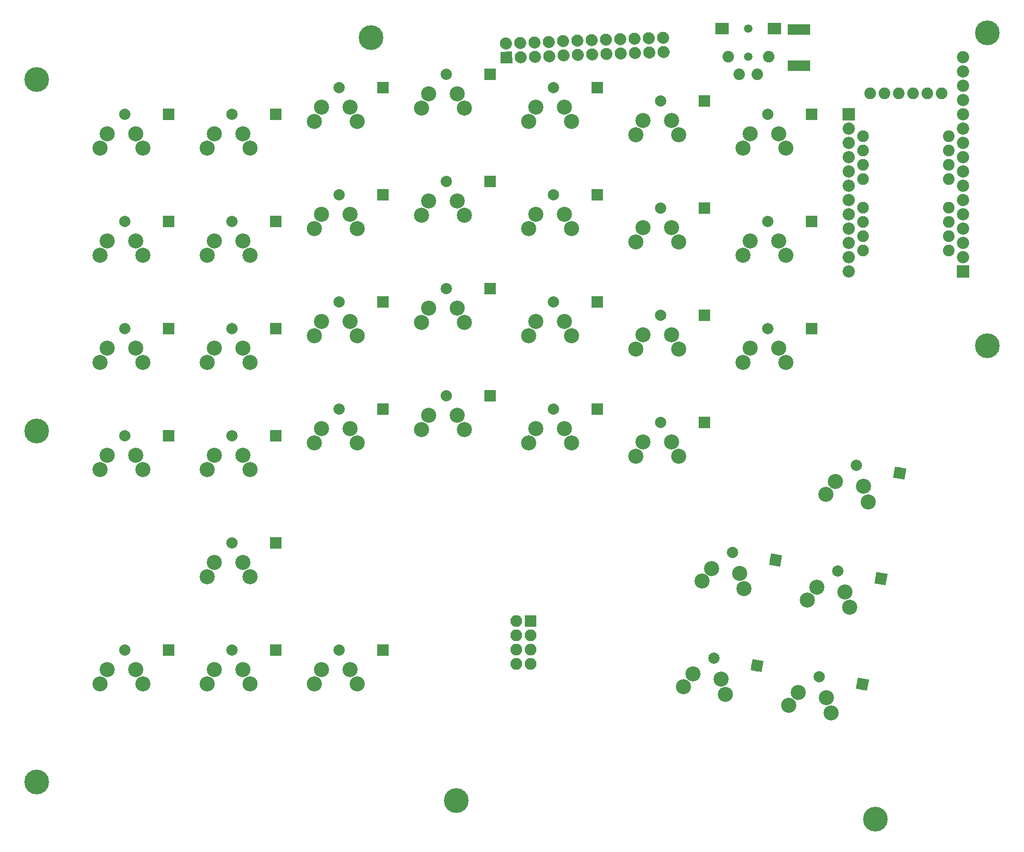
<source format=gts>
G04 #@! TF.GenerationSoftware,KiCad,Pcbnew,5.0.0-fee4fd1~66~ubuntu18.04.1*
G04 #@! TF.CreationDate,2018-09-16T18:32:03-07:00*
G04 #@! TF.ProjectId,halfdeck,68616C666465636B2E6B696361645F70,c1293dc*
G04 #@! TF.SameCoordinates,Original*
G04 #@! TF.FileFunction,Soldermask,Top*
G04 #@! TF.FilePolarity,Negative*
%FSLAX46Y46*%
G04 Gerber Fmt 4.6, Leading zero omitted, Abs format (unit mm)*
G04 Created by KiCad (PCBNEW 5.0.0-fee4fd1~66~ubuntu18.04.1) date Sun Sep 16 18:32:03 2018*
%MOMM*%
%LPD*%
G01*
G04 APERTURE LIST*
%ADD10O,2.100000X2.100000*%
%ADD11R,2.100000X2.100000*%
%ADD12C,1.500000*%
%ADD13C,2.050000*%
%ADD14R,2.350000X2.050000*%
%ADD15C,2.178000*%
%ADD16R,2.178000X2.178000*%
%ADD17C,2.100000*%
%ADD18C,0.100000*%
%ADD19C,2.100000*%
%ADD20R,1.400000X1.900000*%
%ADD21C,2.082800*%
%ADD22C,2.686000*%
%ADD23C,2.000000*%
%ADD24R,2.000000X2.000000*%
%ADD25C,4.400000*%
G04 APERTURE END LIST*
D10*
G04 #@! TO.C,J5*
X112730000Y-140810000D03*
X115270000Y-140810000D03*
X112730000Y-138270000D03*
X115270000Y-138270000D03*
X112730000Y-135730000D03*
X115270000Y-135730000D03*
X112730000Y-133190000D03*
D11*
X115270000Y-133190000D03*
G04 #@! TD*
D12*
G04 #@! TO.C,J1*
X154000000Y-32900000D03*
X154000000Y-27900000D03*
D13*
X152400000Y-36000000D03*
X155600000Y-36000000D03*
X157600000Y-32900000D03*
X150400000Y-32900000D03*
D14*
X158650000Y-27900000D03*
X149350000Y-27900000D03*
G04 #@! TD*
D15*
G04 #@! TO.C,U1*
X192160000Y-32950000D03*
X192160000Y-35490000D03*
X192160000Y-38030000D03*
X192160000Y-40570000D03*
X192160000Y-43110000D03*
X192160000Y-45650000D03*
X192160000Y-48190000D03*
X192160000Y-50730000D03*
X192160000Y-53270000D03*
X192160000Y-55810000D03*
X192160000Y-58350000D03*
X192160000Y-60890000D03*
X192160000Y-63430000D03*
X192160000Y-65970000D03*
X192160000Y-68510000D03*
D16*
X192160000Y-71050000D03*
D15*
X171840000Y-45650000D03*
D16*
X171840000Y-43110000D03*
D15*
X171840000Y-48190000D03*
X171840000Y-50730000D03*
X171840000Y-53270000D03*
X171840000Y-55810000D03*
X171840000Y-58350000D03*
X171840000Y-60890000D03*
X171840000Y-63430000D03*
X171840000Y-65970000D03*
X171840000Y-68510000D03*
X171840000Y-71050000D03*
G04 #@! TD*
D17*
G04 #@! TO.C,J4*
X111000000Y-33000000D03*
D18*
G36*
X112086005Y-34012716D02*
X109987284Y-34086005D01*
X109913995Y-31987284D01*
X112012716Y-31913995D01*
X112086005Y-34012716D01*
X112086005Y-34012716D01*
G37*
D17*
X110911355Y-30461547D03*
D19*
X110911355Y-30461547D02*
X110911355Y-30461547D01*
D17*
X113538453Y-32911355D03*
D19*
X113538453Y-32911355D02*
X113538453Y-32911355D01*
D17*
X113449808Y-30372903D03*
D19*
X113449808Y-30372903D02*
X113449808Y-30372903D01*
D17*
X116076905Y-32822711D03*
D19*
X116076905Y-32822711D02*
X116076905Y-32822711D01*
D17*
X115988261Y-30284258D03*
D19*
X115988261Y-30284258D02*
X115988261Y-30284258D01*
D17*
X118615358Y-32734066D03*
D19*
X118615358Y-32734066D02*
X118615358Y-32734066D01*
D17*
X118526713Y-30195613D03*
D19*
X118526713Y-30195613D02*
X118526713Y-30195613D01*
D17*
X121153811Y-32645421D03*
D19*
X121153811Y-32645421D02*
X121153811Y-32645421D01*
D17*
X121065166Y-30106968D03*
D19*
X121065166Y-30106968D02*
X121065166Y-30106968D01*
D17*
X123692265Y-32556776D03*
D19*
X123692265Y-32556776D02*
X123692265Y-32556776D01*
D17*
X123603619Y-30018324D03*
D19*
X123603619Y-30018324D02*
X123603619Y-30018324D01*
D17*
X126230716Y-32468132D03*
D19*
X126230716Y-32468132D02*
X126230716Y-32468132D01*
D17*
X126142071Y-29929679D03*
D19*
X126142071Y-29929679D02*
X126142071Y-29929679D01*
D17*
X128769169Y-32379487D03*
D19*
X128769169Y-32379487D02*
X128769169Y-32379487D01*
D17*
X128680524Y-29841034D03*
D19*
X128680524Y-29841034D02*
X128680524Y-29841034D01*
D17*
X131307622Y-32290842D03*
D19*
X131307622Y-32290842D02*
X131307622Y-32290842D01*
D17*
X131218977Y-29752390D03*
D19*
X131218977Y-29752390D02*
X131218977Y-29752390D01*
D17*
X133846074Y-32202198D03*
D19*
X133846074Y-32202198D02*
X133846074Y-32202198D01*
D17*
X133757430Y-29663745D03*
D19*
X133757430Y-29663745D02*
X133757430Y-29663745D01*
D17*
X136384527Y-32113553D03*
D19*
X136384527Y-32113553D02*
X136384527Y-32113553D01*
D17*
X136295882Y-29575100D03*
D19*
X136295882Y-29575100D02*
X136295882Y-29575100D01*
D17*
X138922980Y-32024908D03*
D19*
X138922980Y-32024908D02*
X138922980Y-32024908D01*
D17*
X138834335Y-29486455D03*
D19*
X138834335Y-29486455D02*
X138834335Y-29486455D01*
G04 #@! TD*
D20*
G04 #@! TO.C,JP1*
X164300000Y-28000000D03*
X163000000Y-28000000D03*
X161700000Y-28000000D03*
G04 #@! TD*
G04 #@! TO.C,JP2*
X161700000Y-34500000D03*
X163000000Y-34500000D03*
X164300000Y-34500000D03*
G04 #@! TD*
D21*
G04 #@! TO.C,U2*
X174350000Y-67360000D03*
X174350000Y-64820000D03*
X174350000Y-62280000D03*
X174350000Y-59740000D03*
X174350000Y-54660000D03*
X174350000Y-52120000D03*
X174350000Y-49580000D03*
X174350000Y-47040000D03*
X189590000Y-59740000D03*
X189590000Y-47040000D03*
X189590000Y-67360000D03*
X189590000Y-49580000D03*
X189590000Y-54660000D03*
X189590000Y-64820000D03*
X189590000Y-52120000D03*
X189590000Y-62280000D03*
X180700181Y-39420295D03*
X183240181Y-39420295D03*
X188320181Y-39420295D03*
X185780181Y-39420295D03*
X178160000Y-39420295D03*
X175620000Y-39420295D03*
G04 #@! TD*
D22*
G04 #@! TO.C,SW00*
X45065000Y-46588800D03*
X38715000Y-49128800D03*
X46335000Y-49128800D03*
X39985000Y-46588800D03*
G04 #@! TD*
D23*
G04 #@! TO.C,D00*
X43150000Y-43143800D03*
D24*
X50950000Y-43143800D03*
G04 #@! TD*
D22*
G04 #@! TO.C,SW01*
X83165000Y-79926200D03*
X76815000Y-82466200D03*
X84435000Y-82466200D03*
X78085000Y-79926200D03*
G04 #@! TD*
D23*
G04 #@! TO.C,D01*
X81250000Y-76481200D03*
D24*
X89050000Y-76481200D03*
G04 #@! TD*
D22*
G04 #@! TO.C,SW02*
X102215000Y-39445000D03*
X95865000Y-41985000D03*
X103485000Y-41985000D03*
X97135000Y-39445000D03*
G04 #@! TD*
D23*
G04 #@! TO.C,D02*
X100300000Y-36000000D03*
D24*
X108100000Y-36000000D03*
G04 #@! TD*
D22*
G04 #@! TO.C,SW03*
X45065000Y-103739000D03*
X38715000Y-106279000D03*
X46335000Y-106279000D03*
X39985000Y-103739000D03*
G04 #@! TD*
D23*
G04 #@! TO.C,D03*
X43150000Y-100294000D03*
D24*
X50950000Y-100294000D03*
G04 #@! TD*
D22*
G04 #@! TO.C,SW04*
X140315000Y-44207500D03*
X133965000Y-46747500D03*
X141585000Y-46747500D03*
X135235000Y-44207500D03*
G04 #@! TD*
D23*
G04 #@! TO.C,D04*
X138400000Y-40762500D03*
D24*
X146200000Y-40762500D03*
G04 #@! TD*
D22*
G04 #@! TO.C,SW05*
X140315000Y-101358000D03*
X133965000Y-103898000D03*
X141585000Y-103898000D03*
X135235000Y-101358000D03*
G04 #@! TD*
D23*
G04 #@! TO.C,D05*
X138400000Y-97912500D03*
D24*
X146200000Y-97912500D03*
G04 #@! TD*
D22*
G04 #@! TO.C,SW10*
X64115000Y-46588800D03*
X57765000Y-49128800D03*
X65385000Y-49128800D03*
X59035000Y-46588800D03*
G04 #@! TD*
D23*
G04 #@! TO.C,D10*
X62200000Y-43143800D03*
D24*
X70000000Y-43143800D03*
G04 #@! TD*
D22*
G04 #@! TO.C,SW11*
X83165000Y-60876200D03*
X76815000Y-63416200D03*
X84435000Y-63416200D03*
X78085000Y-60876200D03*
G04 #@! TD*
D23*
G04 #@! TO.C,D11*
X81250000Y-57431200D03*
D24*
X89050000Y-57431200D03*
G04 #@! TD*
D22*
G04 #@! TO.C,SW12*
X102215000Y-58495000D03*
X95865000Y-61035000D03*
X103485000Y-61035000D03*
X97135000Y-58495000D03*
G04 #@! TD*
D23*
G04 #@! TO.C,D12*
X100300000Y-55050000D03*
D24*
X108100000Y-55050000D03*
G04 #@! TD*
D22*
G04 #@! TO.C,SW13*
X64115000Y-103739000D03*
X57765000Y-106279000D03*
X65385000Y-106279000D03*
X59035000Y-103739000D03*
G04 #@! TD*
D23*
G04 #@! TO.C,D13*
X62200000Y-100294000D03*
D24*
X70000000Y-100294000D03*
G04 #@! TD*
D22*
G04 #@! TO.C,SW14*
X140315000Y-63257500D03*
X133965000Y-65797500D03*
X141585000Y-65797500D03*
X135235000Y-63257500D03*
G04 #@! TD*
D23*
G04 #@! TO.C,D14*
X138400000Y-59812500D03*
D24*
X146200000Y-59812500D03*
G04 #@! TD*
D22*
G04 #@! TO.C,SW15*
X152435544Y-124716243D03*
X145740949Y-126114989D03*
X153245184Y-127438188D03*
X147432721Y-123834110D03*
G04 #@! TD*
D23*
G04 #@! TO.C,D15*
X151148250Y-120991772D03*
X158829750Y-122346228D03*
D18*
G36*
X159988206Y-121535068D02*
X159640910Y-123504684D01*
X157671294Y-123157388D01*
X158018590Y-121187772D01*
X159988206Y-121535068D01*
X159988206Y-121535068D01*
G37*
G04 #@! TD*
D22*
G04 #@! TO.C,SW20*
X64115000Y-65638800D03*
X57765000Y-68178800D03*
X65385000Y-68178800D03*
X59035000Y-65638800D03*
G04 #@! TD*
D23*
G04 #@! TO.C,D20*
X62200000Y-62193800D03*
D24*
X70000000Y-62193800D03*
G04 #@! TD*
D22*
G04 #@! TO.C,SW21*
X102215000Y-77545000D03*
X95865000Y-80085000D03*
X103485000Y-80085000D03*
X97135000Y-77545000D03*
G04 #@! TD*
D23*
G04 #@! TO.C,D21*
X100300000Y-74100000D03*
D24*
X108100000Y-74100000D03*
G04 #@! TD*
D22*
G04 #@! TO.C,SW22*
X121265000Y-60876200D03*
X114915000Y-63416200D03*
X122535000Y-63416200D03*
X116185000Y-60876200D03*
G04 #@! TD*
D23*
G04 #@! TO.C,D22*
X119350000Y-57431200D03*
D24*
X127150000Y-57431200D03*
G04 #@! TD*
D22*
G04 #@! TO.C,SW23*
X64115000Y-122789000D03*
X57765000Y-125329000D03*
X65385000Y-125329000D03*
X59035000Y-122789000D03*
G04 #@! TD*
D23*
G04 #@! TO.C,D23*
X62200000Y-119344000D03*
D24*
X70000000Y-119344000D03*
G04 #@! TD*
D22*
G04 #@! TO.C,SW24*
X140315000Y-82307500D03*
X133965000Y-84847500D03*
X141585000Y-84847500D03*
X135235000Y-82307500D03*
G04 #@! TD*
D23*
G04 #@! TO.C,D24*
X138400000Y-78862500D03*
D24*
X146200000Y-78862500D03*
G04 #@! TD*
D22*
G04 #@! TO.C,SW25*
X171196544Y-128024243D03*
X164501949Y-129422989D03*
X172006184Y-130746188D03*
X166193721Y-127142110D03*
G04 #@! TD*
D23*
G04 #@! TO.C,D25*
X169908250Y-124299772D03*
X177589750Y-125654228D03*
D18*
G36*
X178748206Y-124843068D02*
X178400910Y-126812684D01*
X176431294Y-126465388D01*
X176778590Y-124495772D01*
X178748206Y-124843068D01*
X178748206Y-124843068D01*
G37*
G04 #@! TD*
D22*
G04 #@! TO.C,SW30*
X45065000Y-65638800D03*
X38715000Y-68178800D03*
X46335000Y-68178800D03*
X39985000Y-65638800D03*
G04 #@! TD*
D23*
G04 #@! TO.C,D30*
X43150000Y-62193800D03*
D24*
X50950000Y-62193800D03*
G04 #@! TD*
D22*
G04 #@! TO.C,SW31*
X102215000Y-96595000D03*
X95865000Y-99135000D03*
X103485000Y-99135000D03*
X97135000Y-96595000D03*
G04 #@! TD*
D23*
G04 #@! TO.C,D31*
X100300000Y-93150000D03*
D24*
X108100000Y-93150000D03*
G04 #@! TD*
D22*
G04 #@! TO.C,SW32*
X121265000Y-79926200D03*
X114915000Y-82466200D03*
X122535000Y-82466200D03*
X116185000Y-79926200D03*
G04 #@! TD*
D23*
G04 #@! TO.C,D32*
X119350000Y-76481200D03*
D24*
X127150000Y-76481200D03*
G04 #@! TD*
D22*
G04 #@! TO.C,SW33*
X64115000Y-141839000D03*
X57765000Y-144379000D03*
X65385000Y-144379000D03*
X59035000Y-141839000D03*
G04 #@! TD*
D23*
G04 #@! TO.C,D33*
X62200000Y-138394000D03*
D24*
X70000000Y-138394000D03*
G04 #@! TD*
D22*
G04 #@! TO.C,SW34*
X159365000Y-84688800D03*
X153015000Y-87228800D03*
X160635000Y-87228800D03*
X154285000Y-84688800D03*
G04 #@! TD*
D23*
G04 #@! TO.C,D34*
X157450000Y-81243800D03*
D24*
X165250000Y-81243800D03*
G04 #@! TD*
D22*
G04 #@! TO.C,SW35*
X167888544Y-146785243D03*
X161193949Y-148183989D03*
X168698184Y-149507188D03*
X162885721Y-145903110D03*
G04 #@! TD*
D23*
G04 #@! TO.C,D35*
X166600250Y-143059772D03*
X174281750Y-144414228D03*
D18*
G36*
X175440206Y-143603068D02*
X175092910Y-145572684D01*
X173123294Y-145225388D01*
X173470590Y-143255772D01*
X175440206Y-143603068D01*
X175440206Y-143603068D01*
G37*
G04 #@! TD*
D22*
G04 #@! TO.C,SW40*
X45065000Y-84688800D03*
X38715000Y-87228800D03*
X46335000Y-87228800D03*
X39985000Y-84688800D03*
G04 #@! TD*
D23*
G04 #@! TO.C,D40*
X43150000Y-81243800D03*
D24*
X50950000Y-81243800D03*
G04 #@! TD*
D22*
G04 #@! TO.C,SW41*
X83165000Y-98976000D03*
X76815000Y-101516000D03*
X84435000Y-101516000D03*
X78085000Y-98976000D03*
G04 #@! TD*
D23*
G04 #@! TO.C,D41*
X81250000Y-95531200D03*
D24*
X89050000Y-95531200D03*
G04 #@! TD*
D22*
G04 #@! TO.C,SW42*
X121265000Y-98976000D03*
X114915000Y-101516000D03*
X122535000Y-101516000D03*
X116185000Y-98976000D03*
G04 #@! TD*
D23*
G04 #@! TO.C,D42*
X119350000Y-95531200D03*
D24*
X127150000Y-95531200D03*
G04 #@! TD*
D22*
G04 #@! TO.C,SW43*
X83165000Y-141839000D03*
X76815000Y-144379000D03*
X84435000Y-144379000D03*
X78085000Y-141839000D03*
G04 #@! TD*
D23*
G04 #@! TO.C,D43*
X81250000Y-138394000D03*
D24*
X89050000Y-138394000D03*
G04 #@! TD*
D22*
G04 #@! TO.C,SW44*
X159365000Y-65638800D03*
X153015000Y-68178800D03*
X160635000Y-68178800D03*
X154285000Y-65638800D03*
G04 #@! TD*
D23*
G04 #@! TO.C,D44*
X157450000Y-62193800D03*
D24*
X165250000Y-62193800D03*
G04 #@! TD*
D22*
G04 #@! TO.C,SW45*
X149127544Y-143477243D03*
X142432949Y-144875989D03*
X149937184Y-146199188D03*
X144124721Y-142595110D03*
G04 #@! TD*
D23*
G04 #@! TO.C,D45*
X147840250Y-139751772D03*
X155521750Y-141106228D03*
D18*
G36*
X156680206Y-140295068D02*
X156332910Y-142264684D01*
X154363294Y-141917388D01*
X154710590Y-139947772D01*
X156680206Y-140295068D01*
X156680206Y-140295068D01*
G37*
G04 #@! TD*
D22*
G04 #@! TO.C,SW50*
X83165000Y-41826200D03*
X76815000Y-44366200D03*
X84435000Y-44366200D03*
X78085000Y-41826200D03*
G04 #@! TD*
D23*
G04 #@! TO.C,D50*
X81250000Y-38381200D03*
D24*
X89050000Y-38381200D03*
G04 #@! TD*
D22*
G04 #@! TO.C,SW51*
X64115000Y-84688800D03*
X57765000Y-87228800D03*
X65385000Y-87228800D03*
X59035000Y-84688800D03*
G04 #@! TD*
D23*
G04 #@! TO.C,D51*
X62200000Y-81243800D03*
D24*
X70000000Y-81243800D03*
G04 #@! TD*
D22*
G04 #@! TO.C,SW52*
X121265000Y-41826200D03*
X114915000Y-44366200D03*
X122535000Y-44366200D03*
X116185000Y-41826200D03*
G04 #@! TD*
D23*
G04 #@! TO.C,D52*
X119350000Y-38381200D03*
D24*
X127150000Y-38381200D03*
G04 #@! TD*
D22*
G04 #@! TO.C,SW53*
X45065000Y-141839000D03*
X38715000Y-144379000D03*
X46335000Y-144379000D03*
X39985000Y-141839000D03*
G04 #@! TD*
D23*
G04 #@! TO.C,D53*
X43150000Y-138394000D03*
D24*
X50950000Y-138394000D03*
G04 #@! TD*
D22*
G04 #@! TO.C,SW54*
X159365000Y-46588800D03*
X153015000Y-49128800D03*
X160635000Y-49128800D03*
X154285000Y-46588800D03*
G04 #@! TD*
D23*
G04 #@! TO.C,D54*
X157450000Y-43143800D03*
D24*
X165250000Y-43143800D03*
G04 #@! TD*
D22*
G04 #@! TO.C,SW55*
X174504544Y-109264243D03*
X167809949Y-110662989D03*
X175314184Y-111986188D03*
X169501721Y-108382110D03*
G04 #@! TD*
D23*
G04 #@! TO.C,D55*
X173216250Y-105538772D03*
X180897750Y-106893228D03*
D18*
G36*
X182056206Y-106082068D02*
X181708910Y-108051684D01*
X179739294Y-107704388D01*
X180086590Y-105734772D01*
X182056206Y-106082068D01*
X182056206Y-106082068D01*
G37*
G04 #@! TD*
D25*
G04 #@! TO.C,CP0*
X86956600Y-29504700D03*
G04 #@! TD*
G04 #@! TO.C,CP1*
X27500000Y-36936800D03*
G04 #@! TD*
G04 #@! TO.C,CP2*
X27500000Y-99386100D03*
G04 #@! TD*
G04 #@! TO.C,CP3*
X27500000Y-161835000D03*
G04 #@! TD*
G04 #@! TO.C,CP4*
X102061000Y-165141000D03*
G04 #@! TD*
G04 #@! TO.C,CP5*
X176622000Y-168446000D03*
G04 #@! TD*
G04 #@! TO.C,CP6*
X196500000Y-84291300D03*
G04 #@! TD*
G04 #@! TO.C,CP7*
X196500000Y-28602000D03*
G04 #@! TD*
M02*

</source>
